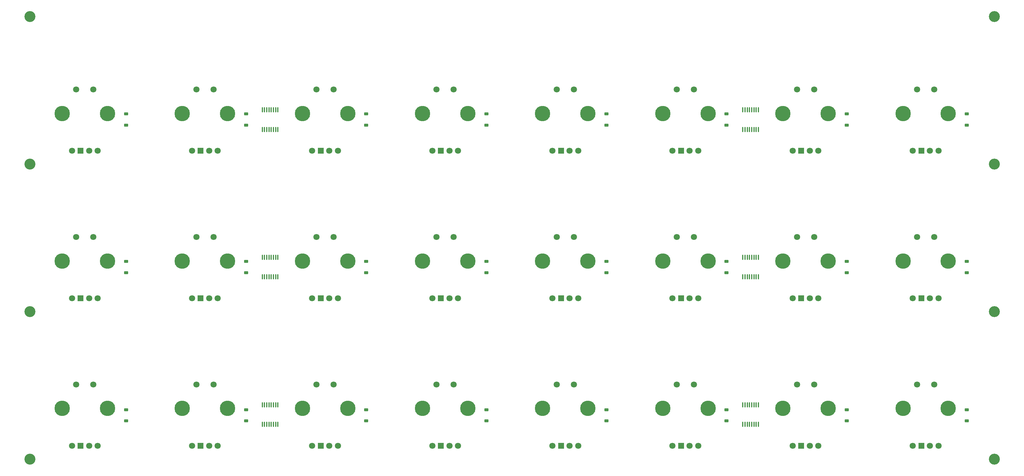
<source format=gbr>
%TF.GenerationSoftware,KiCad,Pcbnew,7.0.7*%
%TF.CreationDate,2024-03-28T21:46:40-04:00*%
%TF.ProjectId,midi-controller_pot-board_teensy,6d696469-2d63-46f6-9e74-726f6c6c6572,rev?*%
%TF.SameCoordinates,Original*%
%TF.FileFunction,Soldermask,Top*%
%TF.FilePolarity,Negative*%
%FSLAX46Y46*%
G04 Gerber Fmt 4.6, Leading zero omitted, Abs format (unit mm)*
G04 Created by KiCad (PCBNEW 7.0.7) date 2024-03-28 21:46:40*
%MOMM*%
%LPD*%
G01*
G04 APERTURE LIST*
G04 Aperture macros list*
%AMRoundRect*
0 Rectangle with rounded corners*
0 $1 Rounding radius*
0 $2 $3 $4 $5 $6 $7 $8 $9 X,Y pos of 4 corners*
0 Add a 4 corners polygon primitive as box body*
4,1,4,$2,$3,$4,$5,$6,$7,$8,$9,$2,$3,0*
0 Add four circle primitives for the rounded corners*
1,1,$1+$1,$2,$3*
1,1,$1+$1,$4,$5*
1,1,$1+$1,$6,$7*
1,1,$1+$1,$8,$9*
0 Add four rect primitives between the rounded corners*
20,1,$1+$1,$2,$3,$4,$5,0*
20,1,$1+$1,$4,$5,$6,$7,0*
20,1,$1+$1,$6,$7,$8,$9,0*
20,1,$1+$1,$8,$9,$2,$3,0*%
G04 Aperture macros list end*
%ADD10R,1.800000X1.800000*%
%ADD11C,1.800000*%
%ADD12C,4.500000*%
%ADD13C,3.200000*%
%ADD14RoundRect,0.225000X0.375000X-0.225000X0.375000X0.225000X-0.375000X0.225000X-0.375000X-0.225000X0*%
%ADD15RoundRect,0.100000X0.100000X-0.637500X0.100000X0.637500X-0.100000X0.637500X-0.100000X-0.637500X0*%
G04 APERTURE END LIST*
D10*
%TO.C,RV8*%
X356928000Y-137664000D03*
D11*
X359428000Y-137664000D03*
X361928000Y-137664000D03*
X354428000Y-137664000D03*
X355678000Y-119764000D03*
X360678000Y-119764000D03*
D12*
X351578000Y-126764000D03*
X364778000Y-126764000D03*
%TD*%
D13*
%TO.C,H8*%
X378178000Y-227554000D03*
%TD*%
D10*
%TO.C,RV16*%
X356928000Y-180664000D03*
D11*
X359428000Y-180664000D03*
X361928000Y-180664000D03*
X354428000Y-180664000D03*
X355678000Y-162764000D03*
X360678000Y-162764000D03*
D12*
X351578000Y-169764000D03*
X364778000Y-169764000D03*
%TD*%
D14*
%TO.C,D5*%
X265178000Y-130204000D03*
X265178000Y-126904000D03*
%TD*%
D15*
%TO.C,U1*%
X164903000Y-131416500D03*
X165553000Y-131416500D03*
X166203000Y-131416500D03*
X166853000Y-131416500D03*
X167503000Y-131416500D03*
X168153000Y-131416500D03*
X168803000Y-131416500D03*
X169453000Y-131416500D03*
X169453000Y-125691500D03*
X168803000Y-125691500D03*
X168153000Y-125691500D03*
X167503000Y-125691500D03*
X166853000Y-125691500D03*
X166203000Y-125691500D03*
X165553000Y-125691500D03*
X164903000Y-125691500D03*
%TD*%
D10*
%TO.C,RV24*%
X356928000Y-223664000D03*
D11*
X359428000Y-223664000D03*
X361928000Y-223664000D03*
X354428000Y-223664000D03*
X355678000Y-205764000D03*
X360678000Y-205764000D03*
D12*
X351578000Y-212764000D03*
X364778000Y-212764000D03*
%TD*%
D10*
%TO.C,RV2*%
X146928000Y-137664000D03*
D11*
X149428000Y-137664000D03*
X151928000Y-137664000D03*
X144428000Y-137664000D03*
X145678000Y-119764000D03*
X150678000Y-119764000D03*
D12*
X141578000Y-126764000D03*
X154778000Y-126764000D03*
%TD*%
D14*
%TO.C,D8*%
X370178000Y-130204000D03*
X370178000Y-126904000D03*
%TD*%
D10*
%TO.C,RV10*%
X146928000Y-180664000D03*
D11*
X149428000Y-180664000D03*
X151928000Y-180664000D03*
X144428000Y-180664000D03*
X145678000Y-162764000D03*
X150678000Y-162764000D03*
D12*
X141578000Y-169764000D03*
X154778000Y-169764000D03*
%TD*%
D10*
%TO.C,RV11*%
X181928000Y-180664000D03*
D11*
X184428000Y-180664000D03*
X186928000Y-180664000D03*
X179428000Y-180664000D03*
X180678000Y-162764000D03*
X185678000Y-162764000D03*
D12*
X176578000Y-169764000D03*
X189778000Y-169764000D03*
%TD*%
D14*
%TO.C,D2*%
X160178000Y-130204000D03*
X160178000Y-126904000D03*
%TD*%
D13*
%TO.C,H6*%
X378178000Y-184554000D03*
%TD*%
D14*
%TO.C,D22*%
X300178000Y-216414000D03*
X300178000Y-213114000D03*
%TD*%
D13*
%TO.C,H3*%
X97178000Y-141554000D03*
%TD*%
D10*
%TO.C,RV15*%
X321928000Y-180664000D03*
D11*
X324428000Y-180664000D03*
X326928000Y-180664000D03*
X319428000Y-180664000D03*
X320678000Y-162764000D03*
X325678000Y-162764000D03*
D12*
X316578000Y-169764000D03*
X329778000Y-169764000D03*
%TD*%
D14*
%TO.C,D17*%
X125178000Y-216414000D03*
X125178000Y-213114000D03*
%TD*%
D10*
%TO.C,RV6*%
X286928000Y-137664000D03*
D11*
X289428000Y-137664000D03*
X291928000Y-137664000D03*
X284428000Y-137664000D03*
X285678000Y-119764000D03*
X290678000Y-119764000D03*
D12*
X281578000Y-126764000D03*
X294778000Y-126764000D03*
%TD*%
D14*
%TO.C,D24*%
X370178000Y-216414000D03*
X370178000Y-213114000D03*
%TD*%
D10*
%TO.C,RV21*%
X251928000Y-223664000D03*
D11*
X254428000Y-223664000D03*
X256928000Y-223664000D03*
X249428000Y-223664000D03*
X250678000Y-205764000D03*
X255678000Y-205764000D03*
D12*
X246578000Y-212764000D03*
X259778000Y-212764000D03*
%TD*%
D15*
%TO.C,U4*%
X304903000Y-174416500D03*
X305553000Y-174416500D03*
X306203000Y-174416500D03*
X306853000Y-174416500D03*
X307503000Y-174416500D03*
X308153000Y-174416500D03*
X308803000Y-174416500D03*
X309453000Y-174416500D03*
X309453000Y-168691500D03*
X308803000Y-168691500D03*
X308153000Y-168691500D03*
X307503000Y-168691500D03*
X306853000Y-168691500D03*
X306203000Y-168691500D03*
X305553000Y-168691500D03*
X304903000Y-168691500D03*
%TD*%
D14*
%TO.C,D10*%
X160178000Y-173204000D03*
X160178000Y-169904000D03*
%TD*%
%TO.C,D6*%
X300178000Y-130204000D03*
X300178000Y-126904000D03*
%TD*%
D10*
%TO.C,RV23*%
X321928000Y-223664000D03*
D11*
X324428000Y-223664000D03*
X326928000Y-223664000D03*
X319428000Y-223664000D03*
X320678000Y-205764000D03*
X325678000Y-205764000D03*
D12*
X316578000Y-212764000D03*
X329778000Y-212764000D03*
%TD*%
D10*
%TO.C,RV13*%
X251928000Y-180664000D03*
D11*
X254428000Y-180664000D03*
X256928000Y-180664000D03*
X249428000Y-180664000D03*
X250678000Y-162764000D03*
X255678000Y-162764000D03*
D12*
X246578000Y-169764000D03*
X259778000Y-169764000D03*
%TD*%
D14*
%TO.C,D12*%
X230178000Y-173204000D03*
X230178000Y-169904000D03*
%TD*%
%TO.C,D15*%
X335178000Y-173204000D03*
X335178000Y-169904000D03*
%TD*%
D10*
%TO.C,RV3*%
X181928000Y-137664000D03*
D11*
X184428000Y-137664000D03*
X186928000Y-137664000D03*
X179428000Y-137664000D03*
X180678000Y-119764000D03*
X185678000Y-119764000D03*
D12*
X176578000Y-126764000D03*
X189778000Y-126764000D03*
%TD*%
D10*
%TO.C,RV1*%
X111928000Y-137664000D03*
D11*
X114428000Y-137664000D03*
X116928000Y-137664000D03*
X109428000Y-137664000D03*
X110678000Y-119764000D03*
X115678000Y-119764000D03*
D12*
X106578000Y-126764000D03*
X119778000Y-126764000D03*
%TD*%
D14*
%TO.C,D4*%
X230178000Y-130204000D03*
X230178000Y-126904000D03*
%TD*%
%TO.C,D13*%
X265178000Y-173204000D03*
X265178000Y-169904000D03*
%TD*%
D10*
%TO.C,RV9*%
X111928000Y-180664000D03*
D11*
X114428000Y-180664000D03*
X116928000Y-180664000D03*
X109428000Y-180664000D03*
X110678000Y-162764000D03*
X115678000Y-162764000D03*
D12*
X106578000Y-169764000D03*
X119778000Y-169764000D03*
%TD*%
D10*
%TO.C,RV14*%
X286928000Y-180664000D03*
D11*
X289428000Y-180664000D03*
X291928000Y-180664000D03*
X284428000Y-180664000D03*
X285678000Y-162764000D03*
X290678000Y-162764000D03*
D12*
X281578000Y-169764000D03*
X294778000Y-169764000D03*
%TD*%
D14*
%TO.C,D18*%
X160178000Y-216414000D03*
X160178000Y-213114000D03*
%TD*%
D10*
%TO.C,RV7*%
X321928000Y-137664000D03*
D11*
X324428000Y-137664000D03*
X326928000Y-137664000D03*
X319428000Y-137664000D03*
X320678000Y-119764000D03*
X325678000Y-119764000D03*
D12*
X316578000Y-126764000D03*
X329778000Y-126764000D03*
%TD*%
D13*
%TO.C,H1*%
X97178000Y-98554000D03*
%TD*%
D14*
%TO.C,D16*%
X370178000Y-173204000D03*
X370178000Y-169904000D03*
%TD*%
D13*
%TO.C,H7*%
X97178000Y-227554000D03*
%TD*%
%TO.C,H2*%
X378178000Y-98554000D03*
%TD*%
D10*
%TO.C,RV20*%
X216928000Y-223664000D03*
D11*
X219428000Y-223664000D03*
X221928000Y-223664000D03*
X214428000Y-223664000D03*
X215678000Y-205764000D03*
X220678000Y-205764000D03*
D12*
X211578000Y-212764000D03*
X224778000Y-212764000D03*
%TD*%
D14*
%TO.C,D23*%
X335178000Y-216414000D03*
X335178000Y-213114000D03*
%TD*%
D10*
%TO.C,RV4*%
X216928000Y-137664000D03*
D11*
X219428000Y-137664000D03*
X221928000Y-137664000D03*
X214428000Y-137664000D03*
X215678000Y-119764000D03*
X220678000Y-119764000D03*
D12*
X211578000Y-126764000D03*
X224778000Y-126764000D03*
%TD*%
D10*
%TO.C,RV17*%
X111928000Y-223664000D03*
D11*
X114428000Y-223664000D03*
X116928000Y-223664000D03*
X109428000Y-223664000D03*
X110678000Y-205764000D03*
X115678000Y-205764000D03*
D12*
X106578000Y-212764000D03*
X119778000Y-212764000D03*
%TD*%
D10*
%TO.C,RV18*%
X146928000Y-223664000D03*
D11*
X149428000Y-223664000D03*
X151928000Y-223664000D03*
X144428000Y-223664000D03*
X145678000Y-205764000D03*
X150678000Y-205764000D03*
D12*
X141578000Y-212764000D03*
X154778000Y-212764000D03*
%TD*%
D13*
%TO.C,H5*%
X97178000Y-184554000D03*
%TD*%
D15*
%TO.C,U5*%
X164903000Y-217416500D03*
X165553000Y-217416500D03*
X166203000Y-217416500D03*
X166853000Y-217416500D03*
X167503000Y-217416500D03*
X168153000Y-217416500D03*
X168803000Y-217416500D03*
X169453000Y-217416500D03*
X169453000Y-211691500D03*
X168803000Y-211691500D03*
X168153000Y-211691500D03*
X167503000Y-211691500D03*
X166853000Y-211691500D03*
X166203000Y-211691500D03*
X165553000Y-211691500D03*
X164903000Y-211691500D03*
%TD*%
D14*
%TO.C,D3*%
X195178000Y-130204000D03*
X195178000Y-126904000D03*
%TD*%
%TO.C,D14*%
X300178000Y-173204000D03*
X300178000Y-169904000D03*
%TD*%
%TO.C,D21*%
X265178000Y-216414000D03*
X265178000Y-213114000D03*
%TD*%
%TO.C,D20*%
X230178000Y-216414000D03*
X230178000Y-213114000D03*
%TD*%
D15*
%TO.C,U2*%
X304903000Y-131416500D03*
X305553000Y-131416500D03*
X306203000Y-131416500D03*
X306853000Y-131416500D03*
X307503000Y-131416500D03*
X308153000Y-131416500D03*
X308803000Y-131416500D03*
X309453000Y-131416500D03*
X309453000Y-125691500D03*
X308803000Y-125691500D03*
X308153000Y-125691500D03*
X307503000Y-125691500D03*
X306853000Y-125691500D03*
X306203000Y-125691500D03*
X305553000Y-125691500D03*
X304903000Y-125691500D03*
%TD*%
D14*
%TO.C,D9*%
X125178000Y-173204000D03*
X125178000Y-169904000D03*
%TD*%
D10*
%TO.C,RV19*%
X181928000Y-223664000D03*
D11*
X184428000Y-223664000D03*
X186928000Y-223664000D03*
X179428000Y-223664000D03*
X180678000Y-205764000D03*
X185678000Y-205764000D03*
D12*
X176578000Y-212764000D03*
X189778000Y-212764000D03*
%TD*%
D15*
%TO.C,U6*%
X304903000Y-217416500D03*
X305553000Y-217416500D03*
X306203000Y-217416500D03*
X306853000Y-217416500D03*
X307503000Y-217416500D03*
X308153000Y-217416500D03*
X308803000Y-217416500D03*
X309453000Y-217416500D03*
X309453000Y-211691500D03*
X308803000Y-211691500D03*
X308153000Y-211691500D03*
X307503000Y-211691500D03*
X306853000Y-211691500D03*
X306203000Y-211691500D03*
X305553000Y-211691500D03*
X304903000Y-211691500D03*
%TD*%
D14*
%TO.C,D11*%
X195178000Y-173204000D03*
X195178000Y-169904000D03*
%TD*%
%TO.C,D1*%
X125178000Y-130204000D03*
X125178000Y-126904000D03*
%TD*%
D10*
%TO.C,RV5*%
X251928000Y-137664000D03*
D11*
X254428000Y-137664000D03*
X256928000Y-137664000D03*
X249428000Y-137664000D03*
X250678000Y-119764000D03*
X255678000Y-119764000D03*
D12*
X246578000Y-126764000D03*
X259778000Y-126764000D03*
%TD*%
D10*
%TO.C,RV12*%
X216928000Y-180664000D03*
D11*
X219428000Y-180664000D03*
X221928000Y-180664000D03*
X214428000Y-180664000D03*
X215678000Y-162764000D03*
X220678000Y-162764000D03*
D12*
X211578000Y-169764000D03*
X224778000Y-169764000D03*
%TD*%
D14*
%TO.C,D7*%
X335178000Y-130204000D03*
X335178000Y-126904000D03*
%TD*%
D10*
%TO.C,RV22*%
X286928000Y-223664000D03*
D11*
X289428000Y-223664000D03*
X291928000Y-223664000D03*
X284428000Y-223664000D03*
X285678000Y-205764000D03*
X290678000Y-205764000D03*
D12*
X281578000Y-212764000D03*
X294778000Y-212764000D03*
%TD*%
D13*
%TO.C,H4*%
X378178000Y-141554000D03*
%TD*%
D15*
%TO.C,U3*%
X164903000Y-174416500D03*
X165553000Y-174416500D03*
X166203000Y-174416500D03*
X166853000Y-174416500D03*
X167503000Y-174416500D03*
X168153000Y-174416500D03*
X168803000Y-174416500D03*
X169453000Y-174416500D03*
X169453000Y-168691500D03*
X168803000Y-168691500D03*
X168153000Y-168691500D03*
X167503000Y-168691500D03*
X166853000Y-168691500D03*
X166203000Y-168691500D03*
X165553000Y-168691500D03*
X164903000Y-168691500D03*
%TD*%
D14*
%TO.C,D19*%
X195178000Y-216414000D03*
X195178000Y-213114000D03*
%TD*%
M02*

</source>
